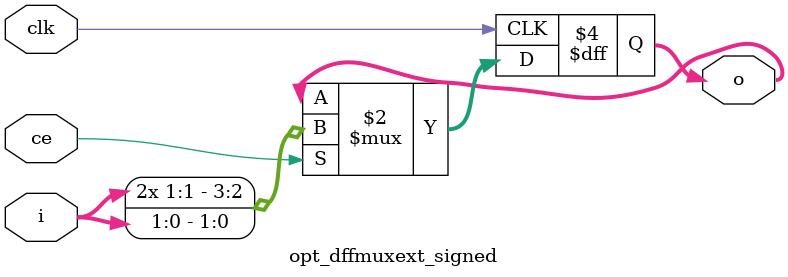
<source format=v>
module opt_dffmuxext_signed(input clk, ce, input signed [1:0] i, output reg signed [3:0] o);
    always @(posedge clk) if (ce) o <= i;
endmodule

</source>
